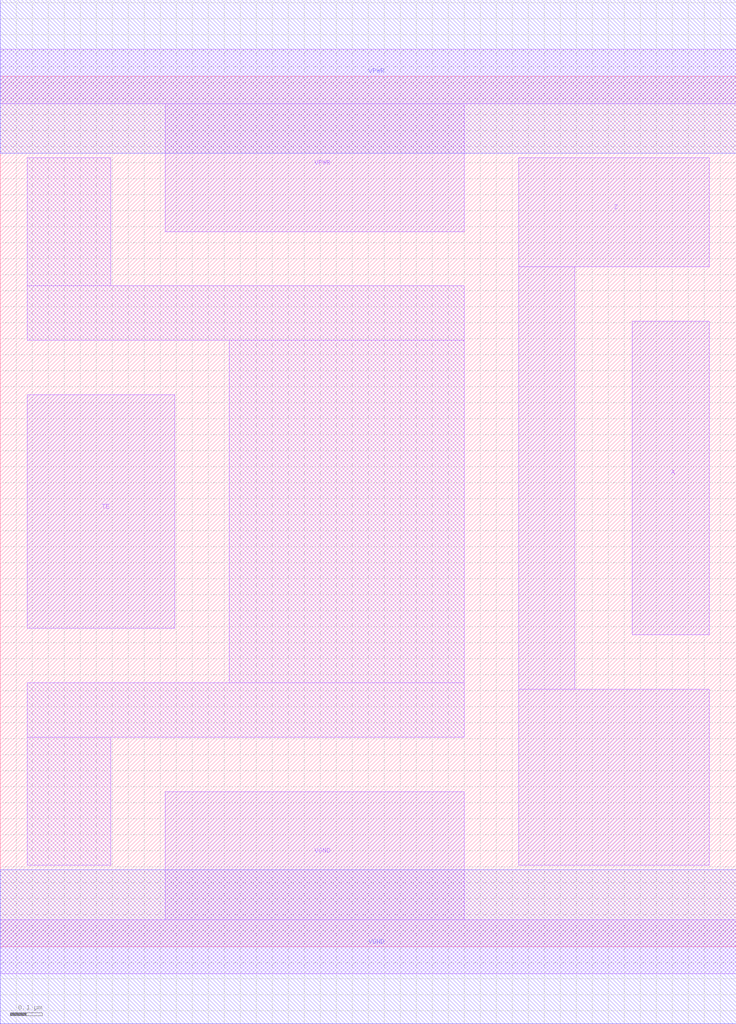
<source format=lef>
# Copyright 2020 The SkyWater PDK Authors
#
# Licensed under the Apache License, Version 2.0 (the "License");
# you may not use this file except in compliance with the License.
# You may obtain a copy of the License at
#
#     https://www.apache.org/licenses/LICENSE-2.0
#
# Unless required by applicable law or agreed to in writing, software
# distributed under the License is distributed on an "AS IS" BASIS,
# WITHOUT WARRANTIES OR CONDITIONS OF ANY KIND, either express or implied.
# See the License for the specific language governing permissions and
# limitations under the License.
#
# SPDX-License-Identifier: Apache-2.0

VERSION 5.5 ;
NAMESCASESENSITIVE ON ;
BUSBITCHARS "[]" ;
DIVIDERCHAR "/" ;
MACRO sky130_fd_sc_hd__einvp_1
  CLASS CORE ;
  SOURCE USER ;
  ORIGIN  0.000000  0.000000 ;
  SIZE  2.300000 BY  2.720000 ;
  SYMMETRY X Y R90 ;
  SITE unithd ;
  PIN A
    ANTENNAGATEAREA  0.247500 ;
    DIRECTION INPUT ;
    USE SIGNAL ;
    PORT
      LAYER li1 ;
        RECT 1.975000 0.975000 2.215000 1.955000 ;
    END
  END A
  PIN TE
    ANTENNAGATEAREA  0.223500 ;
    DIRECTION INPUT ;
    USE SIGNAL ;
    PORT
      LAYER li1 ;
        RECT 0.085000 0.995000 0.545000 1.725000 ;
    END
  END TE
  PIN Z
    ANTENNADIFFAREA  0.445500 ;
    DIRECTION OUTPUT ;
    USE SIGNAL ;
    PORT
      LAYER li1 ;
        RECT 1.620000 0.255000 2.215000 0.805000 ;
        RECT 1.620000 0.805000 1.795000 2.125000 ;
        RECT 1.620000 2.125000 2.215000 2.465000 ;
    END
  END Z
  PIN VGND
    DIRECTION INOUT ;
    SHAPE ABUTMENT ;
    USE GROUND ;
    PORT
      LAYER li1 ;
        RECT 0.000000 -0.085000 2.300000 0.085000 ;
        RECT 0.515000  0.085000 1.450000 0.485000 ;
    END
    PORT
      LAYER met1 ;
        RECT 0.000000 -0.240000 2.300000 0.240000 ;
    END
  END VGND
  PIN VNB
    DIRECTION INOUT ;
    USE GROUND ;
    PORT
    END
  END VNB
  PIN VPB
    DIRECTION INOUT ;
    USE POWER ;
    PORT
    END
  END VPB
  PIN VPWR
    DIRECTION INOUT ;
    SHAPE ABUTMENT ;
    USE POWER ;
    PORT
      LAYER li1 ;
        RECT 0.000000 2.635000 2.300000 2.805000 ;
        RECT 0.515000 2.235000 1.450000 2.635000 ;
    END
    PORT
      LAYER met1 ;
        RECT 0.000000 2.480000 2.300000 2.960000 ;
    END
  END VPWR
  OBS
    LAYER li1 ;
      RECT 0.085000 0.255000 0.345000 0.655000 ;
      RECT 0.085000 0.655000 1.450000 0.825000 ;
      RECT 0.085000 1.895000 1.450000 2.065000 ;
      RECT 0.085000 2.065000 0.345000 2.465000 ;
      RECT 0.715000 0.825000 1.450000 1.895000 ;
  END
END sky130_fd_sc_hd__einvp_1
END LIBRARY

</source>
